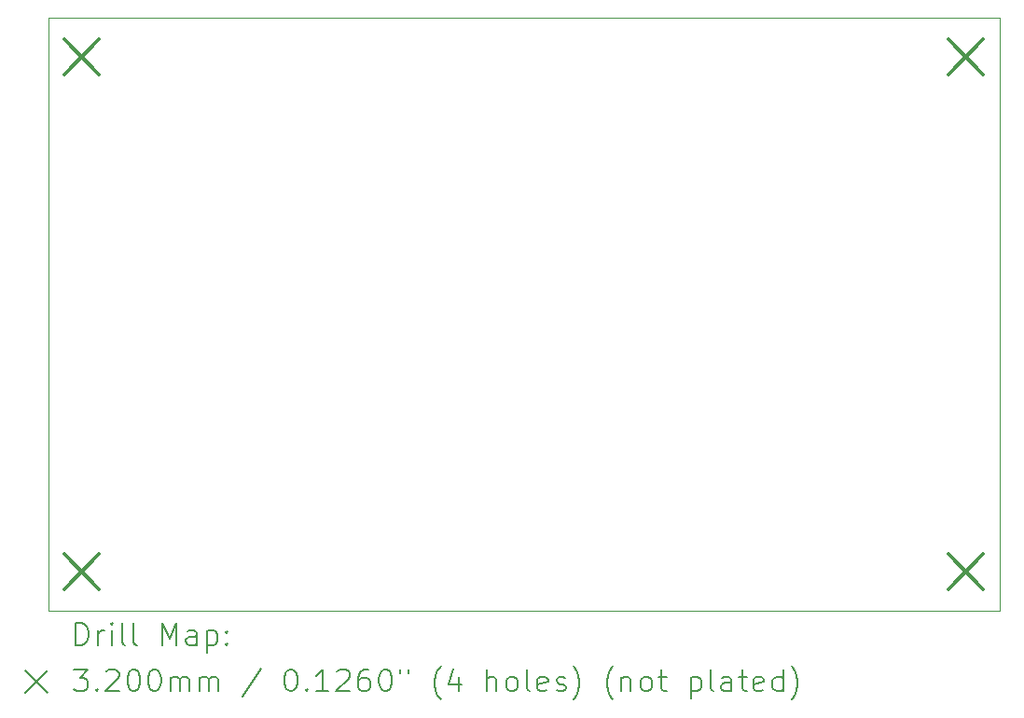
<source format=gbr>
%TF.GenerationSoftware,KiCad,Pcbnew,6.0.11+dfsg-1~bpo11+1*%
%TF.CreationDate,2025-04-08T22:38:27+02:00*%
%TF.ProjectId,Boelgene_v1d1,426f656c-6765-46e6-955f-763164312e6b,rev?*%
%TF.SameCoordinates,Original*%
%TF.FileFunction,Drillmap*%
%TF.FilePolarity,Positive*%
%FSLAX45Y45*%
G04 Gerber Fmt 4.5, Leading zero omitted, Abs format (unit mm)*
G04 Created by KiCad (PCBNEW 6.0.11+dfsg-1~bpo11+1) date 2025-04-08 22:38:27*
%MOMM*%
%LPD*%
G01*
G04 APERTURE LIST*
%ADD10C,0.100000*%
%ADD11C,0.200000*%
%ADD12C,0.320000*%
G04 APERTURE END LIST*
D10*
X2844800Y-7772400D02*
X11480800Y-7772400D01*
X11480800Y-7772400D02*
X11480800Y-13157200D01*
X11480800Y-13157200D02*
X2844800Y-13157200D01*
X2844800Y-13157200D02*
X2844800Y-7772400D01*
D11*
D12*
X2989600Y-7968000D02*
X3309600Y-8288000D01*
X3309600Y-7968000D02*
X2989600Y-8288000D01*
X2989600Y-12641600D02*
X3309600Y-12961600D01*
X3309600Y-12641600D02*
X2989600Y-12961600D01*
X11016000Y-7968000D02*
X11336000Y-8288000D01*
X11336000Y-7968000D02*
X11016000Y-8288000D01*
X11016000Y-12641600D02*
X11336000Y-12961600D01*
X11336000Y-12641600D02*
X11016000Y-12961600D01*
D11*
X3097419Y-13472676D02*
X3097419Y-13272676D01*
X3145038Y-13272676D01*
X3173609Y-13282200D01*
X3192657Y-13301248D01*
X3202181Y-13320295D01*
X3211705Y-13358390D01*
X3211705Y-13386962D01*
X3202181Y-13425057D01*
X3192657Y-13444105D01*
X3173609Y-13463152D01*
X3145038Y-13472676D01*
X3097419Y-13472676D01*
X3297419Y-13472676D02*
X3297419Y-13339343D01*
X3297419Y-13377438D02*
X3306943Y-13358390D01*
X3316467Y-13348867D01*
X3335514Y-13339343D01*
X3354562Y-13339343D01*
X3421228Y-13472676D02*
X3421228Y-13339343D01*
X3421228Y-13272676D02*
X3411705Y-13282200D01*
X3421228Y-13291724D01*
X3430752Y-13282200D01*
X3421228Y-13272676D01*
X3421228Y-13291724D01*
X3545038Y-13472676D02*
X3525990Y-13463152D01*
X3516467Y-13444105D01*
X3516467Y-13272676D01*
X3649800Y-13472676D02*
X3630752Y-13463152D01*
X3621228Y-13444105D01*
X3621228Y-13272676D01*
X3878371Y-13472676D02*
X3878371Y-13272676D01*
X3945038Y-13415533D01*
X4011705Y-13272676D01*
X4011705Y-13472676D01*
X4192657Y-13472676D02*
X4192657Y-13367914D01*
X4183133Y-13348867D01*
X4164086Y-13339343D01*
X4125990Y-13339343D01*
X4106943Y-13348867D01*
X4192657Y-13463152D02*
X4173609Y-13472676D01*
X4125990Y-13472676D01*
X4106943Y-13463152D01*
X4097419Y-13444105D01*
X4097419Y-13425057D01*
X4106943Y-13406009D01*
X4125990Y-13396486D01*
X4173609Y-13396486D01*
X4192657Y-13386962D01*
X4287895Y-13339343D02*
X4287895Y-13539343D01*
X4287895Y-13348867D02*
X4306943Y-13339343D01*
X4345038Y-13339343D01*
X4364086Y-13348867D01*
X4373610Y-13358390D01*
X4383133Y-13377438D01*
X4383133Y-13434581D01*
X4373610Y-13453628D01*
X4364086Y-13463152D01*
X4345038Y-13472676D01*
X4306943Y-13472676D01*
X4287895Y-13463152D01*
X4468848Y-13453628D02*
X4478371Y-13463152D01*
X4468848Y-13472676D01*
X4459324Y-13463152D01*
X4468848Y-13453628D01*
X4468848Y-13472676D01*
X4468848Y-13348867D02*
X4478371Y-13358390D01*
X4468848Y-13367914D01*
X4459324Y-13358390D01*
X4468848Y-13348867D01*
X4468848Y-13367914D01*
X2639800Y-13702200D02*
X2839800Y-13902200D01*
X2839800Y-13702200D02*
X2639800Y-13902200D01*
X3078371Y-13692676D02*
X3202181Y-13692676D01*
X3135514Y-13768867D01*
X3164086Y-13768867D01*
X3183133Y-13778390D01*
X3192657Y-13787914D01*
X3202181Y-13806962D01*
X3202181Y-13854581D01*
X3192657Y-13873628D01*
X3183133Y-13883152D01*
X3164086Y-13892676D01*
X3106943Y-13892676D01*
X3087895Y-13883152D01*
X3078371Y-13873628D01*
X3287895Y-13873628D02*
X3297419Y-13883152D01*
X3287895Y-13892676D01*
X3278371Y-13883152D01*
X3287895Y-13873628D01*
X3287895Y-13892676D01*
X3373609Y-13711724D02*
X3383133Y-13702200D01*
X3402181Y-13692676D01*
X3449800Y-13692676D01*
X3468848Y-13702200D01*
X3478371Y-13711724D01*
X3487895Y-13730771D01*
X3487895Y-13749819D01*
X3478371Y-13778390D01*
X3364086Y-13892676D01*
X3487895Y-13892676D01*
X3611705Y-13692676D02*
X3630752Y-13692676D01*
X3649800Y-13702200D01*
X3659324Y-13711724D01*
X3668848Y-13730771D01*
X3678371Y-13768867D01*
X3678371Y-13816486D01*
X3668848Y-13854581D01*
X3659324Y-13873628D01*
X3649800Y-13883152D01*
X3630752Y-13892676D01*
X3611705Y-13892676D01*
X3592657Y-13883152D01*
X3583133Y-13873628D01*
X3573609Y-13854581D01*
X3564086Y-13816486D01*
X3564086Y-13768867D01*
X3573609Y-13730771D01*
X3583133Y-13711724D01*
X3592657Y-13702200D01*
X3611705Y-13692676D01*
X3802181Y-13692676D02*
X3821228Y-13692676D01*
X3840276Y-13702200D01*
X3849800Y-13711724D01*
X3859324Y-13730771D01*
X3868848Y-13768867D01*
X3868848Y-13816486D01*
X3859324Y-13854581D01*
X3849800Y-13873628D01*
X3840276Y-13883152D01*
X3821228Y-13892676D01*
X3802181Y-13892676D01*
X3783133Y-13883152D01*
X3773609Y-13873628D01*
X3764086Y-13854581D01*
X3754562Y-13816486D01*
X3754562Y-13768867D01*
X3764086Y-13730771D01*
X3773609Y-13711724D01*
X3783133Y-13702200D01*
X3802181Y-13692676D01*
X3954562Y-13892676D02*
X3954562Y-13759343D01*
X3954562Y-13778390D02*
X3964086Y-13768867D01*
X3983133Y-13759343D01*
X4011705Y-13759343D01*
X4030752Y-13768867D01*
X4040276Y-13787914D01*
X4040276Y-13892676D01*
X4040276Y-13787914D02*
X4049800Y-13768867D01*
X4068848Y-13759343D01*
X4097419Y-13759343D01*
X4116467Y-13768867D01*
X4125990Y-13787914D01*
X4125990Y-13892676D01*
X4221229Y-13892676D02*
X4221229Y-13759343D01*
X4221229Y-13778390D02*
X4230752Y-13768867D01*
X4249800Y-13759343D01*
X4278371Y-13759343D01*
X4297419Y-13768867D01*
X4306943Y-13787914D01*
X4306943Y-13892676D01*
X4306943Y-13787914D02*
X4316467Y-13768867D01*
X4335514Y-13759343D01*
X4364086Y-13759343D01*
X4383133Y-13768867D01*
X4392657Y-13787914D01*
X4392657Y-13892676D01*
X4783133Y-13683152D02*
X4611705Y-13940295D01*
X5040276Y-13692676D02*
X5059324Y-13692676D01*
X5078371Y-13702200D01*
X5087895Y-13711724D01*
X5097419Y-13730771D01*
X5106943Y-13768867D01*
X5106943Y-13816486D01*
X5097419Y-13854581D01*
X5087895Y-13873628D01*
X5078371Y-13883152D01*
X5059324Y-13892676D01*
X5040276Y-13892676D01*
X5021229Y-13883152D01*
X5011705Y-13873628D01*
X5002181Y-13854581D01*
X4992657Y-13816486D01*
X4992657Y-13768867D01*
X5002181Y-13730771D01*
X5011705Y-13711724D01*
X5021229Y-13702200D01*
X5040276Y-13692676D01*
X5192657Y-13873628D02*
X5202181Y-13883152D01*
X5192657Y-13892676D01*
X5183133Y-13883152D01*
X5192657Y-13873628D01*
X5192657Y-13892676D01*
X5392657Y-13892676D02*
X5278371Y-13892676D01*
X5335514Y-13892676D02*
X5335514Y-13692676D01*
X5316467Y-13721248D01*
X5297419Y-13740295D01*
X5278371Y-13749819D01*
X5468848Y-13711724D02*
X5478371Y-13702200D01*
X5497419Y-13692676D01*
X5545038Y-13692676D01*
X5564086Y-13702200D01*
X5573610Y-13711724D01*
X5583133Y-13730771D01*
X5583133Y-13749819D01*
X5573610Y-13778390D01*
X5459324Y-13892676D01*
X5583133Y-13892676D01*
X5754562Y-13692676D02*
X5716467Y-13692676D01*
X5697419Y-13702200D01*
X5687895Y-13711724D01*
X5668848Y-13740295D01*
X5659324Y-13778390D01*
X5659324Y-13854581D01*
X5668848Y-13873628D01*
X5678371Y-13883152D01*
X5697419Y-13892676D01*
X5735514Y-13892676D01*
X5754562Y-13883152D01*
X5764086Y-13873628D01*
X5773609Y-13854581D01*
X5773609Y-13806962D01*
X5764086Y-13787914D01*
X5754562Y-13778390D01*
X5735514Y-13768867D01*
X5697419Y-13768867D01*
X5678371Y-13778390D01*
X5668848Y-13787914D01*
X5659324Y-13806962D01*
X5897419Y-13692676D02*
X5916467Y-13692676D01*
X5935514Y-13702200D01*
X5945038Y-13711724D01*
X5954562Y-13730771D01*
X5964086Y-13768867D01*
X5964086Y-13816486D01*
X5954562Y-13854581D01*
X5945038Y-13873628D01*
X5935514Y-13883152D01*
X5916467Y-13892676D01*
X5897419Y-13892676D01*
X5878371Y-13883152D01*
X5868848Y-13873628D01*
X5859324Y-13854581D01*
X5849800Y-13816486D01*
X5849800Y-13768867D01*
X5859324Y-13730771D01*
X5868848Y-13711724D01*
X5878371Y-13702200D01*
X5897419Y-13692676D01*
X6040276Y-13692676D02*
X6040276Y-13730771D01*
X6116467Y-13692676D02*
X6116467Y-13730771D01*
X6411705Y-13968867D02*
X6402181Y-13959343D01*
X6383133Y-13930771D01*
X6373609Y-13911724D01*
X6364086Y-13883152D01*
X6354562Y-13835533D01*
X6354562Y-13797438D01*
X6364086Y-13749819D01*
X6373609Y-13721248D01*
X6383133Y-13702200D01*
X6402181Y-13673628D01*
X6411705Y-13664105D01*
X6573609Y-13759343D02*
X6573609Y-13892676D01*
X6525990Y-13683152D02*
X6478371Y-13826009D01*
X6602181Y-13826009D01*
X6830752Y-13892676D02*
X6830752Y-13692676D01*
X6916467Y-13892676D02*
X6916467Y-13787914D01*
X6906943Y-13768867D01*
X6887895Y-13759343D01*
X6859324Y-13759343D01*
X6840276Y-13768867D01*
X6830752Y-13778390D01*
X7040276Y-13892676D02*
X7021228Y-13883152D01*
X7011705Y-13873628D01*
X7002181Y-13854581D01*
X7002181Y-13797438D01*
X7011705Y-13778390D01*
X7021228Y-13768867D01*
X7040276Y-13759343D01*
X7068848Y-13759343D01*
X7087895Y-13768867D01*
X7097419Y-13778390D01*
X7106943Y-13797438D01*
X7106943Y-13854581D01*
X7097419Y-13873628D01*
X7087895Y-13883152D01*
X7068848Y-13892676D01*
X7040276Y-13892676D01*
X7221228Y-13892676D02*
X7202181Y-13883152D01*
X7192657Y-13864105D01*
X7192657Y-13692676D01*
X7373609Y-13883152D02*
X7354562Y-13892676D01*
X7316467Y-13892676D01*
X7297419Y-13883152D01*
X7287895Y-13864105D01*
X7287895Y-13787914D01*
X7297419Y-13768867D01*
X7316467Y-13759343D01*
X7354562Y-13759343D01*
X7373609Y-13768867D01*
X7383133Y-13787914D01*
X7383133Y-13806962D01*
X7287895Y-13826009D01*
X7459324Y-13883152D02*
X7478371Y-13892676D01*
X7516467Y-13892676D01*
X7535514Y-13883152D01*
X7545038Y-13864105D01*
X7545038Y-13854581D01*
X7535514Y-13835533D01*
X7516467Y-13826009D01*
X7487895Y-13826009D01*
X7468848Y-13816486D01*
X7459324Y-13797438D01*
X7459324Y-13787914D01*
X7468848Y-13768867D01*
X7487895Y-13759343D01*
X7516467Y-13759343D01*
X7535514Y-13768867D01*
X7611705Y-13968867D02*
X7621228Y-13959343D01*
X7640276Y-13930771D01*
X7649800Y-13911724D01*
X7659324Y-13883152D01*
X7668848Y-13835533D01*
X7668848Y-13797438D01*
X7659324Y-13749819D01*
X7649800Y-13721248D01*
X7640276Y-13702200D01*
X7621228Y-13673628D01*
X7611705Y-13664105D01*
X7973609Y-13968867D02*
X7964086Y-13959343D01*
X7945038Y-13930771D01*
X7935514Y-13911724D01*
X7925990Y-13883152D01*
X7916467Y-13835533D01*
X7916467Y-13797438D01*
X7925990Y-13749819D01*
X7935514Y-13721248D01*
X7945038Y-13702200D01*
X7964086Y-13673628D01*
X7973609Y-13664105D01*
X8049800Y-13759343D02*
X8049800Y-13892676D01*
X8049800Y-13778390D02*
X8059324Y-13768867D01*
X8078371Y-13759343D01*
X8106943Y-13759343D01*
X8125990Y-13768867D01*
X8135514Y-13787914D01*
X8135514Y-13892676D01*
X8259324Y-13892676D02*
X8240276Y-13883152D01*
X8230752Y-13873628D01*
X8221228Y-13854581D01*
X8221228Y-13797438D01*
X8230752Y-13778390D01*
X8240276Y-13768867D01*
X8259324Y-13759343D01*
X8287895Y-13759343D01*
X8306943Y-13768867D01*
X8316467Y-13778390D01*
X8325990Y-13797438D01*
X8325990Y-13854581D01*
X8316467Y-13873628D01*
X8306943Y-13883152D01*
X8287895Y-13892676D01*
X8259324Y-13892676D01*
X8383133Y-13759343D02*
X8459324Y-13759343D01*
X8411705Y-13692676D02*
X8411705Y-13864105D01*
X8421229Y-13883152D01*
X8440276Y-13892676D01*
X8459324Y-13892676D01*
X8678371Y-13759343D02*
X8678371Y-13959343D01*
X8678371Y-13768867D02*
X8697419Y-13759343D01*
X8735514Y-13759343D01*
X8754562Y-13768867D01*
X8764086Y-13778390D01*
X8773610Y-13797438D01*
X8773610Y-13854581D01*
X8764086Y-13873628D01*
X8754562Y-13883152D01*
X8735514Y-13892676D01*
X8697419Y-13892676D01*
X8678371Y-13883152D01*
X8887895Y-13892676D02*
X8868848Y-13883152D01*
X8859324Y-13864105D01*
X8859324Y-13692676D01*
X9049800Y-13892676D02*
X9049800Y-13787914D01*
X9040276Y-13768867D01*
X9021229Y-13759343D01*
X8983133Y-13759343D01*
X8964086Y-13768867D01*
X9049800Y-13883152D02*
X9030752Y-13892676D01*
X8983133Y-13892676D01*
X8964086Y-13883152D01*
X8954562Y-13864105D01*
X8954562Y-13845057D01*
X8964086Y-13826009D01*
X8983133Y-13816486D01*
X9030752Y-13816486D01*
X9049800Y-13806962D01*
X9116467Y-13759343D02*
X9192657Y-13759343D01*
X9145038Y-13692676D02*
X9145038Y-13864105D01*
X9154562Y-13883152D01*
X9173610Y-13892676D01*
X9192657Y-13892676D01*
X9335514Y-13883152D02*
X9316467Y-13892676D01*
X9278371Y-13892676D01*
X9259324Y-13883152D01*
X9249800Y-13864105D01*
X9249800Y-13787914D01*
X9259324Y-13768867D01*
X9278371Y-13759343D01*
X9316467Y-13759343D01*
X9335514Y-13768867D01*
X9345038Y-13787914D01*
X9345038Y-13806962D01*
X9249800Y-13826009D01*
X9516467Y-13892676D02*
X9516467Y-13692676D01*
X9516467Y-13883152D02*
X9497419Y-13892676D01*
X9459324Y-13892676D01*
X9440276Y-13883152D01*
X9430752Y-13873628D01*
X9421229Y-13854581D01*
X9421229Y-13797438D01*
X9430752Y-13778390D01*
X9440276Y-13768867D01*
X9459324Y-13759343D01*
X9497419Y-13759343D01*
X9516467Y-13768867D01*
X9592657Y-13968867D02*
X9602181Y-13959343D01*
X9621229Y-13930771D01*
X9630752Y-13911724D01*
X9640276Y-13883152D01*
X9649800Y-13835533D01*
X9649800Y-13797438D01*
X9640276Y-13749819D01*
X9630752Y-13721248D01*
X9621229Y-13702200D01*
X9602181Y-13673628D01*
X9592657Y-13664105D01*
M02*

</source>
